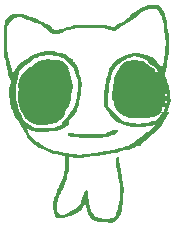
<source format=gbo>
G04 #@! TF.GenerationSoftware,KiCad,Pcbnew,7.0.10*
G04 #@! TF.CreationDate,2024-01-08T18:20:54+00:00*
G04 #@! TF.ProjectId,eobard-plate,656f6261-7264-42d7-906c-6174652e6b69,2.2*
G04 #@! TF.SameCoordinates,Original*
G04 #@! TF.FileFunction,Legend,Bot*
G04 #@! TF.FilePolarity,Positive*
%FSLAX46Y46*%
G04 Gerber Fmt 4.6, Leading zero omitted, Abs format (unit mm)*
G04 Created by KiCad (PCBNEW 7.0.10) date 2024-01-08 18:20:54*
%MOMM*%
%LPD*%
G01*
G04 APERTURE LIST*
G04 APERTURE END LIST*
G36*
X149793410Y-111746931D02*
G01*
X149890729Y-111800008D01*
X149886528Y-111890105D01*
X149785661Y-112000795D01*
X149592981Y-112115648D01*
X149481431Y-112166470D01*
X149316697Y-112235031D01*
X149219422Y-112266704D01*
X149197607Y-112271257D01*
X149099512Y-112321506D01*
X149084517Y-112330733D01*
X148971573Y-112355554D01*
X148800534Y-112365983D01*
X148749676Y-112367040D01*
X148578029Y-112383364D01*
X148472883Y-112412904D01*
X148448667Y-112421470D01*
X148315377Y-112437755D01*
X148103838Y-112445939D01*
X147847267Y-112444351D01*
X147731945Y-112441307D01*
X147379756Y-112431869D01*
X146993105Y-112421357D01*
X146636946Y-112411530D01*
X146435108Y-112403275D01*
X146178696Y-112384500D01*
X145985394Y-112360329D01*
X145886207Y-112333964D01*
X145834164Y-112305554D01*
X145708430Y-112261996D01*
X145683163Y-112257476D01*
X145586195Y-112201468D01*
X145594988Y-112086196D01*
X145616372Y-112056532D01*
X145733635Y-112005401D01*
X145901658Y-111989215D01*
X146070350Y-112009519D01*
X146189618Y-112067857D01*
X146196474Y-112072883D01*
X146303985Y-112099485D01*
X146508560Y-112120494D01*
X146786288Y-112135824D01*
X147113258Y-112145391D01*
X147465559Y-112149110D01*
X147819281Y-112146895D01*
X148150512Y-112138663D01*
X148435341Y-112124328D01*
X148649857Y-112103806D01*
X148770150Y-112077012D01*
X149050814Y-111949802D01*
X149295190Y-111845263D01*
X149470176Y-111780903D01*
X149598812Y-111748395D01*
X149704137Y-111739409D01*
X149793410Y-111746931D01*
G37*
G36*
X144347130Y-105803783D02*
G01*
X144822660Y-105862167D01*
X144859460Y-105869017D01*
X145109640Y-105931659D01*
X145294333Y-106021396D01*
X145466804Y-106163115D01*
X145544228Y-106241327D01*
X145656170Y-106395337D01*
X145672551Y-106516635D01*
X145667372Y-106590737D01*
X145695269Y-106773852D01*
X145756942Y-106978270D01*
X145837506Y-107147100D01*
X145849920Y-107173416D01*
X145887042Y-107307153D01*
X145920066Y-107491189D01*
X145929574Y-107551523D01*
X145975613Y-107757328D01*
X146028832Y-107911373D01*
X146067270Y-108036571D01*
X146025739Y-108173575D01*
X146017284Y-108189846D01*
X145977000Y-108328316D01*
X145938849Y-108543869D01*
X145910100Y-108797298D01*
X145903658Y-108868561D01*
X145875787Y-109096128D01*
X145844173Y-109262748D01*
X145814487Y-109336449D01*
X145788790Y-109365440D01*
X145760950Y-109475244D01*
X145742038Y-109558350D01*
X145676779Y-109725578D01*
X145581051Y-109925123D01*
X145500476Y-110085818D01*
X145409060Y-110285555D01*
X145355191Y-110425616D01*
X145345562Y-110453549D01*
X145262865Y-110603695D01*
X145142466Y-110757659D01*
X145017186Y-110877707D01*
X144919847Y-110926109D01*
X144865281Y-110949420D01*
X144779456Y-111043485D01*
X144765865Y-111062173D01*
X144625755Y-111148497D01*
X144372858Y-111202504D01*
X144246013Y-111221571D01*
X144059247Y-111262046D01*
X143946259Y-111303135D01*
X143928465Y-111311977D01*
X143796717Y-111340745D01*
X143599365Y-111357225D01*
X143374441Y-111361477D01*
X143159974Y-111353563D01*
X142993994Y-111333543D01*
X142914532Y-111301478D01*
X142874749Y-111267858D01*
X142755376Y-111238916D01*
X142742459Y-111238377D01*
X142591330Y-111192884D01*
X142399571Y-111092405D01*
X142206194Y-110962769D01*
X142050208Y-110829804D01*
X141970625Y-110719339D01*
X141908586Y-110583995D01*
X141805416Y-110425616D01*
X141662399Y-110199190D01*
X141549508Y-109921369D01*
X141506897Y-109670929D01*
X141490167Y-109540863D01*
X141444335Y-109455911D01*
X141425927Y-109426456D01*
X141400439Y-109295816D01*
X141386315Y-109098171D01*
X141383573Y-108870977D01*
X141392231Y-108651685D01*
X141412307Y-108477750D01*
X141443819Y-108386625D01*
X141472030Y-108310179D01*
X141433585Y-108133092D01*
X141397566Y-107984188D01*
X141414886Y-107822896D01*
X141446051Y-107746957D01*
X141478087Y-107641626D01*
X141491150Y-107582313D01*
X141555714Y-107399297D01*
X141638350Y-107234976D01*
X141667685Y-107185104D01*
X141733026Y-107047291D01*
X141791863Y-106967373D01*
X141921631Y-106840387D01*
X142089160Y-106696274D01*
X142262546Y-106561085D01*
X142409884Y-106460869D01*
X142499270Y-106421675D01*
X142521768Y-106418453D01*
X142570444Y-106359113D01*
X142575147Y-106337392D01*
X142645667Y-106296552D01*
X142669289Y-106291110D01*
X142777705Y-106225661D01*
X142913500Y-106109868D01*
X142923376Y-106100528D01*
X143162196Y-105952686D01*
X143494216Y-105851986D01*
X143896754Y-105801370D01*
X144347130Y-105803783D01*
G37*
G36*
X154166141Y-104438362D02*
G01*
X154163162Y-104768147D01*
X154154489Y-105078139D01*
X154140243Y-105342082D01*
X154120542Y-105533723D01*
X154095505Y-105626805D01*
X154089479Y-105636589D01*
X154056420Y-105751888D01*
X154024844Y-105948767D01*
X154000858Y-106190829D01*
X153997104Y-106239444D01*
X153971354Y-106475395D01*
X153939393Y-106658978D01*
X153907255Y-106753883D01*
X153838676Y-106874347D01*
X153810995Y-107103208D01*
X153848508Y-107203695D01*
X153895931Y-107330727D01*
X153902440Y-107340791D01*
X153984676Y-107507400D01*
X154018800Y-107652053D01*
X154031305Y-107737234D01*
X154080624Y-107808457D01*
X154110674Y-107841477D01*
X154159743Y-107978866D01*
X154206910Y-108195397D01*
X154249047Y-108462727D01*
X154283029Y-108752513D01*
X154305729Y-109036414D01*
X154311645Y-109214568D01*
X154314020Y-109286084D01*
X154304776Y-109473183D01*
X154274870Y-109569366D01*
X154248098Y-109603972D01*
X154206511Y-109734311D01*
X154186303Y-109822904D01*
X154179083Y-109854559D01*
X154112669Y-110010477D01*
X154075395Y-110082619D01*
X154028675Y-110189766D01*
X154041210Y-110231106D01*
X154113054Y-110237931D01*
X154177048Y-110253551D01*
X154201343Y-110322190D01*
X154128695Y-110406867D01*
X154087264Y-110448705D01*
X153995606Y-110581322D01*
X153894089Y-110760880D01*
X153831366Y-110882322D01*
X153689755Y-111149062D01*
X153579657Y-111337744D01*
X153484019Y-111473615D01*
X153385788Y-111581921D01*
X153267910Y-111687909D01*
X153231828Y-111718870D01*
X153051969Y-111878015D01*
X152831673Y-112078043D01*
X152610543Y-112283100D01*
X152536096Y-112351608D01*
X152328208Y-112530056D01*
X152143118Y-112672139D01*
X152013806Y-112751943D01*
X151884702Y-112836725D01*
X151829557Y-112974632D01*
X151829360Y-112988073D01*
X151793417Y-113088714D01*
X151672926Y-113115764D01*
X151640991Y-113117800D01*
X151469923Y-113160412D01*
X151282843Y-113240887D01*
X151232259Y-113266760D01*
X151063262Y-113337578D01*
X150942673Y-113366010D01*
X150886589Y-113373761D01*
X150797291Y-113428572D01*
X150774455Y-113446403D01*
X150653520Y-113478441D01*
X150474803Y-113491133D01*
X150409494Y-113493193D01*
X150193070Y-113523356D01*
X150024924Y-113578049D01*
X149948541Y-113613656D01*
X149738031Y-113684079D01*
X149451520Y-113749355D01*
X149076739Y-113811669D01*
X148601422Y-113873204D01*
X148013301Y-113936145D01*
X147811531Y-113958333D01*
X147551748Y-113993741D01*
X147353261Y-114029008D01*
X147247770Y-114059044D01*
X147212268Y-114071742D01*
X147062081Y-114095044D01*
X146843694Y-114109556D01*
X146589282Y-114115389D01*
X146331022Y-114112657D01*
X146101092Y-114101471D01*
X145931668Y-114081944D01*
X145854926Y-114054187D01*
X145818490Y-114006837D01*
X145776277Y-114006705D01*
X145747693Y-114101737D01*
X145730393Y-114301862D01*
X145722033Y-114617007D01*
X145717397Y-114790367D01*
X145701124Y-115040815D01*
X145676848Y-115228550D01*
X145647853Y-115322370D01*
X145619054Y-115379190D01*
X145573462Y-115539031D01*
X145537112Y-115744914D01*
X145515005Y-115878714D01*
X145464054Y-116079678D01*
X145407967Y-116210842D01*
X145357268Y-116305067D01*
X145323153Y-116436717D01*
X145319312Y-116465314D01*
X145266704Y-116599634D01*
X145172088Y-116761797D01*
X145133466Y-116822241D01*
X145068108Y-116953379D01*
X145060793Y-117024175D01*
X145070960Y-117041235D01*
X145039814Y-117107513D01*
X144959640Y-117187881D01*
X144842417Y-117410525D01*
X144757358Y-117720734D01*
X144711988Y-118095824D01*
X144701353Y-118301675D01*
X144701374Y-118483530D01*
X144724323Y-118605218D01*
X144778280Y-118703143D01*
X144871325Y-118813711D01*
X144900449Y-118845968D01*
X145016179Y-118956400D01*
X145104967Y-118986994D01*
X145207135Y-118954677D01*
X145260493Y-118930744D01*
X145440295Y-118857794D01*
X145646673Y-118780912D01*
X145741530Y-118744039D01*
X145912756Y-118660326D01*
X146014063Y-118586609D01*
X146063794Y-118539604D01*
X146162503Y-118496059D01*
X146180650Y-118492009D01*
X146281106Y-118425301D01*
X146415594Y-118302594D01*
X146551741Y-118157649D01*
X146657170Y-118024224D01*
X146699508Y-117936080D01*
X146703551Y-117910372D01*
X146747634Y-117786178D01*
X146824631Y-117620197D01*
X146851565Y-117564141D01*
X146922376Y-117377008D01*
X146951744Y-117231680D01*
X146991326Y-117062100D01*
X147090570Y-116924806D01*
X147217774Y-116869458D01*
X147256996Y-116881590D01*
X147297040Y-116950844D01*
X147324262Y-117101058D01*
X147344430Y-117354311D01*
X147390575Y-117861913D01*
X147476668Y-118316888D01*
X147607022Y-118670803D01*
X147789305Y-118934418D01*
X148031185Y-119118495D01*
X148340330Y-119233796D01*
X148724407Y-119291084D01*
X149049187Y-119296520D01*
X149361736Y-119245452D01*
X149573047Y-119132062D01*
X149678617Y-118957923D01*
X149724356Y-118814273D01*
X149805581Y-118625352D01*
X149806296Y-118623975D01*
X149865112Y-118445630D01*
X149889763Y-118242685D01*
X149890072Y-118221969D01*
X149911075Y-118058139D01*
X149954838Y-117955902D01*
X149977423Y-117885864D01*
X149997344Y-117715697D01*
X150011343Y-117475576D01*
X150019285Y-117193344D01*
X150021040Y-116896842D01*
X150016475Y-116613911D01*
X150005457Y-116372391D01*
X149987854Y-116200125D01*
X149963534Y-116124953D01*
X149950892Y-116106937D01*
X149917683Y-115988577D01*
X149884903Y-115789014D01*
X149858103Y-115539096D01*
X149848088Y-115429977D01*
X149819736Y-115198807D01*
X149789066Y-115031652D01*
X149761163Y-114958943D01*
X149730437Y-114917241D01*
X149690596Y-114775042D01*
X149667637Y-114580064D01*
X149665840Y-114377012D01*
X149689489Y-114210591D01*
X149749475Y-114081611D01*
X149863368Y-114022907D01*
X149892397Y-114024544D01*
X149950833Y-114057241D01*
X149978049Y-114154896D01*
X149985290Y-114347441D01*
X149988884Y-114468278D01*
X150006003Y-114633492D01*
X150032211Y-114717597D01*
X150045651Y-114743953D01*
X150068712Y-114870590D01*
X150077833Y-115053087D01*
X150080420Y-115138965D01*
X150102216Y-115308737D01*
X150138957Y-115404080D01*
X150151234Y-115425430D01*
X150184449Y-115552790D01*
X150216610Y-115759526D01*
X150242191Y-116013040D01*
X150251511Y-116121405D01*
X150278814Y-116352875D01*
X150309138Y-116520499D01*
X150337471Y-116593736D01*
X150346816Y-116601816D01*
X150381186Y-116702137D01*
X150388784Y-116855472D01*
X150370713Y-117003631D01*
X150328079Y-117088424D01*
X150315845Y-117106594D01*
X150290084Y-117225488D01*
X150272209Y-117425623D01*
X150265517Y-117676024D01*
X150264726Y-117783671D01*
X150256975Y-118017691D01*
X150242726Y-118188965D01*
X150224163Y-118266314D01*
X150192804Y-118338669D01*
X150168677Y-118480066D01*
X150161769Y-118548014D01*
X150089013Y-118882127D01*
X149964795Y-119168611D01*
X149804628Y-119369559D01*
X149767573Y-119400029D01*
X149643304Y-119491506D01*
X149570575Y-119528325D01*
X149557500Y-119529974D01*
X149474217Y-119579313D01*
X149457328Y-119587658D01*
X149338285Y-119603305D01*
X149138511Y-119607131D01*
X148890309Y-119598096D01*
X148670666Y-119584289D01*
X148366469Y-119561389D01*
X148153257Y-119537431D01*
X148009245Y-119508776D01*
X147912653Y-119471782D01*
X147841699Y-119422808D01*
X147759980Y-119362446D01*
X147621352Y-119289191D01*
X147537783Y-119229286D01*
X147453167Y-119098075D01*
X147400584Y-118991056D01*
X147328982Y-118905095D01*
X147324157Y-118901555D01*
X147280496Y-118807782D01*
X147262562Y-118652463D01*
X147262389Y-118636608D01*
X147242610Y-118485559D01*
X147200000Y-118402217D01*
X147160506Y-118343308D01*
X147137439Y-118210840D01*
X147121530Y-118109660D01*
X147061478Y-118063015D01*
X146978740Y-118115275D01*
X146896994Y-118261453D01*
X146797964Y-118437036D01*
X146610412Y-118633796D01*
X146364864Y-118811374D01*
X146079631Y-118964660D01*
X145773021Y-119088539D01*
X145463346Y-119177900D01*
X145168916Y-119227630D01*
X144908041Y-119232616D01*
X144699032Y-119187746D01*
X144560199Y-119087907D01*
X144509852Y-118927986D01*
X144501310Y-118866518D01*
X144447291Y-118777586D01*
X144434499Y-118757916D01*
X144409005Y-118636871D01*
X144391337Y-118434941D01*
X144384729Y-118182870D01*
X144384743Y-118163350D01*
X144391010Y-117876105D01*
X144413849Y-117670001D01*
X144460812Y-117503689D01*
X144539454Y-117335821D01*
X144588249Y-117237521D01*
X144679888Y-117015688D01*
X144734231Y-116831327D01*
X144738147Y-116811499D01*
X144780774Y-116663588D01*
X144826730Y-116585416D01*
X144826880Y-116585322D01*
X144878427Y-116515355D01*
X144962817Y-116363979D01*
X145061856Y-116163816D01*
X145115107Y-116040892D01*
X145261216Y-115566254D01*
X145353533Y-115019115D01*
X145385715Y-114433367D01*
X145385715Y-114001567D01*
X145182389Y-113958092D01*
X145176287Y-113956772D01*
X145017797Y-113912766D01*
X144916503Y-113867877D01*
X144865033Y-113846639D01*
X144713132Y-113812064D01*
X144511291Y-113782524D01*
X144424589Y-113769936D01*
X144175602Y-113703991D01*
X143989383Y-113611379D01*
X143980303Y-113604768D01*
X143817958Y-113510378D01*
X143675136Y-113461962D01*
X143495704Y-113418344D01*
X143193600Y-113266990D01*
X142845226Y-113008306D01*
X142679258Y-112876911D01*
X142535717Y-112778153D01*
X142454216Y-112740394D01*
X142425008Y-112733000D01*
X142382759Y-112656248D01*
X142351738Y-112572866D01*
X142257636Y-112458867D01*
X142175422Y-112363410D01*
X142132513Y-112260637D01*
X142093992Y-112118292D01*
X142002921Y-111956994D01*
X141897907Y-111845783D01*
X141866568Y-111818731D01*
X141819705Y-111712680D01*
X141805280Y-111656590D01*
X141725862Y-111551724D01*
X141677066Y-111495383D01*
X141632020Y-111365919D01*
X141598134Y-111276868D01*
X141498309Y-111125884D01*
X141355621Y-110952659D01*
X141222237Y-110796035D01*
X141130515Y-110669402D01*
X141105042Y-110605541D01*
X141106116Y-110603468D01*
X141094895Y-110520259D01*
X141037738Y-110385206D01*
X140972596Y-110229210D01*
X140944228Y-110097168D01*
X140935809Y-110039430D01*
X140889571Y-109987685D01*
X140888369Y-109987652D01*
X140835816Y-109926775D01*
X140784505Y-109766909D01*
X140737102Y-109533593D01*
X140696277Y-109252365D01*
X140678273Y-109079285D01*
X140957209Y-109079285D01*
X140964696Y-109153531D01*
X140983514Y-109163318D01*
X141006404Y-109111823D01*
X141001889Y-109078703D01*
X140964696Y-109070115D01*
X140957209Y-109079285D01*
X140678273Y-109079285D01*
X140664696Y-108948764D01*
X140645027Y-108648329D01*
X140644795Y-108635936D01*
X141227885Y-108635936D01*
X141232300Y-108940810D01*
X141241905Y-109111823D01*
X141247181Y-109205762D01*
X141272949Y-109402575D01*
X141310028Y-109503033D01*
X141310702Y-109503715D01*
X141360920Y-109614115D01*
X141381774Y-109777539D01*
X141381823Y-109785621D01*
X141400981Y-109935251D01*
X141444335Y-110018966D01*
X141474247Y-110050153D01*
X141508288Y-110163421D01*
X141544297Y-110282142D01*
X141632020Y-110425616D01*
X141718020Y-110564439D01*
X141755752Y-110684330D01*
X141762707Y-110709272D01*
X141837015Y-110821004D01*
X141975286Y-110979700D01*
X142155824Y-111159586D01*
X142165357Y-111168493D01*
X142376668Y-111356701D01*
X142538982Y-111473452D01*
X142686328Y-111538953D01*
X142852733Y-111573409D01*
X142917184Y-111580842D01*
X143149793Y-111596222D01*
X143437218Y-111604527D01*
X143743505Y-111605858D01*
X144032702Y-111600316D01*
X144268855Y-111588001D01*
X144416010Y-111569016D01*
X144493285Y-111544907D01*
X144603695Y-111490588D01*
X144615046Y-111483339D01*
X144731314Y-111440199D01*
X144900862Y-111400643D01*
X145042311Y-111366020D01*
X145118106Y-111304324D01*
X145135468Y-111188355D01*
X145159009Y-111064930D01*
X145275121Y-110956584D01*
X145376455Y-110887442D01*
X145486759Y-110748963D01*
X145503433Y-110718291D01*
X145608571Y-110565939D01*
X145744187Y-110404874D01*
X145810489Y-110329664D01*
X146033386Y-110007416D01*
X146204289Y-109651629D01*
X146297125Y-109313752D01*
X146312442Y-109221819D01*
X146352944Y-109049433D01*
X146393119Y-108950783D01*
X146419809Y-108878103D01*
X146417981Y-108736453D01*
X146414656Y-108629823D01*
X146456411Y-108508873D01*
X146479837Y-108454509D01*
X146498241Y-108282603D01*
X146488737Y-108035025D01*
X146472847Y-107847220D01*
X146457070Y-107645218D01*
X146448852Y-107519386D01*
X146438611Y-107446452D01*
X146392576Y-107331701D01*
X146346412Y-107229960D01*
X146305052Y-107072070D01*
X146253417Y-106905266D01*
X146124946Y-106639339D01*
X145950438Y-106356069D01*
X145754799Y-106094946D01*
X145562938Y-105895462D01*
X145461854Y-105817333D01*
X145262977Y-105697646D01*
X145093316Y-105633488D01*
X145077479Y-105630379D01*
X144929291Y-105587066D01*
X144849558Y-105538721D01*
X144846256Y-105534409D01*
X144756757Y-105498138D01*
X144603695Y-105483251D01*
X144586569Y-105483091D01*
X144438865Y-105467326D01*
X144361454Y-105433642D01*
X144361178Y-105433215D01*
X144285045Y-105407400D01*
X144133825Y-105396548D01*
X143955932Y-105399797D01*
X143799784Y-105416287D01*
X143713793Y-105445156D01*
X143703839Y-105451626D01*
X143600100Y-105474151D01*
X143435879Y-105483251D01*
X143389014Y-105484404D01*
X143251412Y-105504919D01*
X143196059Y-105542978D01*
X143194867Y-105549557D01*
X143126547Y-105600269D01*
X142985504Y-105642205D01*
X142864944Y-105685102D01*
X142665006Y-105800508D01*
X142459277Y-105957848D01*
X142295300Y-106094923D01*
X142160535Y-106195555D01*
X142088786Y-106233990D01*
X142075213Y-106236656D01*
X141982895Y-106297501D01*
X141852219Y-106417193D01*
X141709352Y-106567103D01*
X141580457Y-106718602D01*
X141491699Y-106843063D01*
X141469244Y-106911858D01*
X141479145Y-106937087D01*
X141445356Y-107015379D01*
X141442326Y-107017484D01*
X141399458Y-107107190D01*
X141381774Y-107259522D01*
X141381733Y-107268613D01*
X141368856Y-107420079D01*
X141339906Y-107506236D01*
X141306440Y-107581546D01*
X141273214Y-107763944D01*
X141248764Y-108019286D01*
X141233514Y-108319356D01*
X141227885Y-108635936D01*
X140644795Y-108635936D01*
X140639938Y-108376596D01*
X140652098Y-108159106D01*
X140684172Y-108021397D01*
X140773253Y-107782698D01*
X140788297Y-107582185D01*
X140718023Y-107456665D01*
X140693038Y-107433410D01*
X140622730Y-107279123D01*
X140582385Y-107009745D01*
X140565125Y-106845670D01*
X140535263Y-106670713D01*
X140504113Y-106578079D01*
X140484905Y-106538526D01*
X140445321Y-106395892D01*
X140410032Y-106202710D01*
X140391522Y-106096055D01*
X140344417Y-105913072D01*
X140294695Y-105802157D01*
X140271654Y-105727842D01*
X140250809Y-105534374D01*
X140236056Y-105223221D01*
X140227284Y-104791947D01*
X140224384Y-104238117D01*
X140224764Y-104075616D01*
X140443350Y-104075616D01*
X140443927Y-104234294D01*
X140450454Y-104595881D01*
X140463546Y-104877168D01*
X140482324Y-105063236D01*
X140505912Y-105139163D01*
X140525281Y-105165701D01*
X140556254Y-105290737D01*
X140568473Y-105473023D01*
X140571736Y-105556170D01*
X140603733Y-105756924D01*
X140658828Y-105897219D01*
X140690958Y-105957788D01*
X140749973Y-106136737D01*
X140792198Y-106350474D01*
X140811947Y-106472627D01*
X140851142Y-106631856D01*
X140889527Y-106708299D01*
X140926605Y-106773636D01*
X140947449Y-106910219D01*
X140950612Y-106967735D01*
X140968731Y-107000799D01*
X141012857Y-106940165D01*
X141094609Y-106775169D01*
X141152745Y-106658058D01*
X141237547Y-106507122D01*
X141294328Y-106431080D01*
X141339121Y-106385192D01*
X141417388Y-106269211D01*
X141438886Y-106240616D01*
X141554541Y-106134994D01*
X141732915Y-105998511D01*
X141941593Y-105854029D01*
X142148159Y-105724409D01*
X142320197Y-105632511D01*
X142342220Y-105621378D01*
X142468353Y-105543457D01*
X142624289Y-105434253D01*
X142647080Y-105418228D01*
X142869681Y-105308553D01*
X143110578Y-105247522D01*
X143186512Y-105237074D01*
X143342529Y-105201583D01*
X143420153Y-105162145D01*
X143430831Y-105153495D01*
X143536549Y-105129617D01*
X143722901Y-105114885D01*
X143955660Y-105109071D01*
X144200602Y-105111949D01*
X144423499Y-105123288D01*
X144590126Y-105142862D01*
X144666256Y-105170444D01*
X144734703Y-105212085D01*
X144873274Y-105233354D01*
X145028719Y-105243832D01*
X145396409Y-105353739D01*
X145724761Y-105576471D01*
X145816258Y-105656788D01*
X145945405Y-105756930D01*
X146019194Y-105796059D01*
X146044822Y-105807299D01*
X146073892Y-105891865D01*
X146084510Y-105940073D01*
X146167734Y-106023682D01*
X146211814Y-106047069D01*
X146261577Y-106114564D01*
X146286189Y-106192689D01*
X146352462Y-106349442D01*
X146445792Y-106549726D01*
X146532773Y-106749075D01*
X146588517Y-106918079D01*
X146597931Y-107013606D01*
X146590674Y-107052831D01*
X146632681Y-107138497D01*
X146673053Y-107192541D01*
X146699508Y-107322083D01*
X146707913Y-107416248D01*
X146740828Y-107505688D01*
X146767070Y-107588733D01*
X146780148Y-107769415D01*
X146779436Y-108014905D01*
X146767413Y-108282603D01*
X146766875Y-108294592D01*
X146744408Y-108577866D01*
X146713975Y-108834117D01*
X146677518Y-109032733D01*
X146636978Y-109143104D01*
X146618520Y-109182676D01*
X146580006Y-109325308D01*
X146545141Y-109518473D01*
X146526697Y-109626400D01*
X146482704Y-109803746D01*
X146438020Y-109906742D01*
X146413724Y-109947516D01*
X146411906Y-110040417D01*
X146415905Y-110086622D01*
X146354730Y-110175941D01*
X146304944Y-110227911D01*
X146261577Y-110321593D01*
X146228336Y-110401845D01*
X146136821Y-110517258D01*
X145909200Y-110773461D01*
X145752128Y-111013509D01*
X145698522Y-111201026D01*
X145679079Y-111310382D01*
X145623744Y-111364040D01*
X145606862Y-111366991D01*
X145502207Y-111425617D01*
X145369774Y-111535716D01*
X145296857Y-111594225D01*
X145092133Y-111710407D01*
X144865858Y-111795869D01*
X144729962Y-111823815D01*
X144485433Y-111855325D01*
X144186078Y-111881088D01*
X143857527Y-111900262D01*
X143525409Y-111912006D01*
X143215354Y-111915479D01*
X142952991Y-111909838D01*
X142763949Y-111894242D01*
X142673859Y-111867849D01*
X142609552Y-111829610D01*
X142468558Y-111801971D01*
X142373239Y-111784909D01*
X142230824Y-111703660D01*
X142177841Y-111653444D01*
X142139728Y-111636959D01*
X142154957Y-111707302D01*
X142222917Y-111877934D01*
X142255700Y-111940269D01*
X142366104Y-112097206D01*
X142519455Y-112283012D01*
X142691893Y-112472089D01*
X142859556Y-112638838D01*
X142998584Y-112757660D01*
X143085118Y-112802956D01*
X143111583Y-112810580D01*
X143220158Y-112877388D01*
X143362022Y-112990641D01*
X143423677Y-113041881D01*
X143565606Y-113139552D01*
X143662235Y-113178325D01*
X143697506Y-113182040D01*
X143769540Y-113225246D01*
X143777582Y-113239634D01*
X143888150Y-113330157D01*
X144079780Y-113419326D01*
X144315614Y-113492646D01*
X144558791Y-113535620D01*
X144711149Y-113555040D01*
X144890929Y-113591351D01*
X144991169Y-113629460D01*
X145001265Y-113635749D01*
X145116469Y-113672881D01*
X145312825Y-113713620D01*
X145554223Y-113750222D01*
X145900137Y-113791871D01*
X146267087Y-113829899D01*
X146553238Y-113852015D01*
X146744303Y-113857163D01*
X146825996Y-113844284D01*
X146830132Y-113841909D01*
X146920398Y-113822909D01*
X147106684Y-113796700D01*
X147364670Y-113766424D01*
X147670033Y-113735223D01*
X147725442Y-113729823D01*
X148024939Y-113696450D01*
X148273223Y-113661943D01*
X148445795Y-113630075D01*
X148518158Y-113604619D01*
X148529343Y-113596192D01*
X148636211Y-113566129D01*
X148826306Y-113536232D01*
X149067713Y-113511887D01*
X149145936Y-113505292D01*
X149373993Y-113478998D01*
X149540326Y-113449128D01*
X149613333Y-113420948D01*
X149643371Y-113400727D01*
X149770378Y-113361706D01*
X149955281Y-113328483D01*
X150066184Y-113310151D01*
X150209456Y-113271419D01*
X150265517Y-113232827D01*
X150290799Y-113200535D01*
X150394683Y-113178325D01*
X150529864Y-113155679D01*
X150736854Y-113085500D01*
X150956526Y-112987393D01*
X151144382Y-112881522D01*
X151255924Y-112788052D01*
X151261401Y-112780609D01*
X151376561Y-112646638D01*
X151515696Y-112511452D01*
X151643470Y-112406948D01*
X151724546Y-112365025D01*
X151767957Y-112346692D01*
X151887783Y-112267173D01*
X152044437Y-112146059D01*
X152155646Y-112060773D01*
X152305664Y-111964541D01*
X152401406Y-111927094D01*
X152484453Y-111885158D01*
X152619431Y-111778401D01*
X152776442Y-111635468D01*
X152925598Y-111484999D01*
X153037009Y-111355639D01*
X153080788Y-111276028D01*
X153068091Y-111258416D01*
X153000123Y-111290542D01*
X152891465Y-111347873D01*
X152668367Y-111413362D01*
X152376805Y-111469587D01*
X152048123Y-111513307D01*
X151713665Y-111541284D01*
X151404778Y-111550278D01*
X151152804Y-111537051D01*
X150989089Y-111498363D01*
X150960569Y-111486330D01*
X150795046Y-111439983D01*
X150595029Y-111406213D01*
X150589703Y-111405600D01*
X150185558Y-111298321D01*
X149797617Y-111071463D01*
X149421290Y-110722353D01*
X149371899Y-110667106D01*
X149221047Y-110488997D01*
X149115035Y-110349224D01*
X149074305Y-110274191D01*
X149066165Y-110246594D01*
X148998986Y-110134708D01*
X148886620Y-109990048D01*
X148701478Y-109773446D01*
X148701478Y-109722246D01*
X149045567Y-109722246D01*
X149552066Y-110277256D01*
X149624537Y-110356379D01*
X149887374Y-110634122D01*
X150100000Y-110834352D01*
X150286114Y-110972480D01*
X150469414Y-111063918D01*
X150673596Y-111124075D01*
X150922360Y-111168362D01*
X151258113Y-111206299D01*
X151647794Y-111223783D01*
X152015606Y-111214743D01*
X152336124Y-111180902D01*
X152583921Y-111123982D01*
X152733572Y-111045704D01*
X152783979Y-111015462D01*
X152916340Y-110988670D01*
X152970418Y-110973491D01*
X153106271Y-110885482D01*
X153266806Y-110746003D01*
X153420500Y-110586248D01*
X153535832Y-110437408D01*
X153581281Y-110330675D01*
X153587324Y-110288635D01*
X153636546Y-110237931D01*
X153670757Y-110221081D01*
X153723290Y-110128448D01*
X153742410Y-110067086D01*
X153799842Y-109909483D01*
X153800612Y-109907600D01*
X153806992Y-109822904D01*
X153713098Y-109800000D01*
X153659280Y-109805075D01*
X153596972Y-109860003D01*
X153580970Y-110003325D01*
X153570057Y-110119926D01*
X153466780Y-110353907D01*
X153265998Y-110524746D01*
X152981842Y-110617949D01*
X152903047Y-110630874D01*
X152647028Y-110680057D01*
X152423892Y-110731715D01*
X152305861Y-110755695D01*
X152050309Y-110783600D01*
X151748517Y-110797306D01*
X151434628Y-110797126D01*
X151142790Y-110783376D01*
X150907145Y-110756369D01*
X150761840Y-110716419D01*
X150623097Y-110654219D01*
X150433392Y-110590489D01*
X150318854Y-110545138D01*
X150265517Y-110486986D01*
X150258442Y-110462320D01*
X150182102Y-110425616D01*
X150178616Y-110425503D01*
X150073784Y-110375458D01*
X149934082Y-110258354D01*
X149792925Y-110109304D01*
X149683727Y-109963423D01*
X149639902Y-109855827D01*
X149631473Y-109795142D01*
X149577340Y-109706158D01*
X149540296Y-109656638D01*
X149514393Y-109530421D01*
X149488051Y-109385680D01*
X149420551Y-109214154D01*
X149394261Y-109153914D01*
X149347887Y-108972352D01*
X149328415Y-108776896D01*
X149338434Y-108612252D01*
X149380532Y-108523126D01*
X149381399Y-108521723D01*
X153834755Y-108521723D01*
X153835589Y-108676155D01*
X153855769Y-108816063D01*
X153894587Y-108893165D01*
X153927142Y-108944953D01*
X153930149Y-109068902D01*
X153898894Y-109220854D01*
X153859269Y-109408990D01*
X153858553Y-109412372D01*
X153844919Y-109558190D01*
X153879306Y-109612315D01*
X153889933Y-109609436D01*
X153942179Y-109533315D01*
X153985169Y-109386072D01*
X153985281Y-109385473D01*
X154001080Y-109214568D01*
X153999630Y-108998260D01*
X153984204Y-108770653D01*
X153958075Y-108565851D01*
X153924516Y-108417960D01*
X153886801Y-108361084D01*
X153853972Y-108401050D01*
X153834755Y-108521723D01*
X149381399Y-108521723D01*
X149392936Y-108503064D01*
X149422579Y-108382392D01*
X149452009Y-108180797D01*
X149476373Y-107928398D01*
X149485085Y-107828614D01*
X149519731Y-107559183D01*
X149563918Y-107333162D01*
X149606203Y-107203695D01*
X153331035Y-107203695D01*
X153362315Y-107234976D01*
X153393596Y-107203695D01*
X153362315Y-107172414D01*
X153331035Y-107203695D01*
X149606203Y-107203695D01*
X149610234Y-107191353D01*
X149674546Y-107045630D01*
X149702078Y-106937808D01*
X149705599Y-106909294D01*
X149751309Y-106859606D01*
X149807569Y-106809500D01*
X149875302Y-106687562D01*
X149909461Y-106612670D01*
X150121215Y-106269649D01*
X150383744Y-106035954D01*
X150711018Y-105902266D01*
X151117007Y-105859267D01*
X151436470Y-105864499D01*
X151743633Y-105891332D01*
X151979744Y-105947802D01*
X152174176Y-106041514D01*
X152356300Y-106180071D01*
X152479329Y-106284023D01*
X152611516Y-106384209D01*
X152683738Y-106423756D01*
X152750377Y-106448942D01*
X152867716Y-106536001D01*
X152972732Y-106644409D01*
X153018227Y-106730834D01*
X153029104Y-106767685D01*
X153112069Y-106836982D01*
X153155382Y-106863924D01*
X153205912Y-106963834D01*
X153213001Y-107003261D01*
X153262727Y-107019561D01*
X153277571Y-106973152D01*
X153246429Y-106848958D01*
X153172734Y-106687692D01*
X153074094Y-106526283D01*
X152968117Y-106401663D01*
X152844480Y-106317295D01*
X152665220Y-106241806D01*
X152544816Y-106186242D01*
X152466944Y-106061412D01*
X152428420Y-105976264D01*
X152292471Y-105845936D01*
X152094622Y-105727568D01*
X151871289Y-105641575D01*
X151658885Y-105608375D01*
X151620474Y-105607500D01*
X151450480Y-105583195D01*
X151344228Y-105535952D01*
X151292190Y-105500508D01*
X151190952Y-105528879D01*
X151167884Y-105543693D01*
X151031568Y-105595435D01*
X150847814Y-105637472D01*
X150789860Y-105648816D01*
X150617185Y-105703909D01*
X150511705Y-105769669D01*
X150463621Y-105815080D01*
X150364188Y-105858621D01*
X150357617Y-105859060D01*
X150251201Y-105911524D01*
X150094092Y-106034005D01*
X149911879Y-106201642D01*
X149730152Y-106389573D01*
X149574502Y-106572935D01*
X149470518Y-106726866D01*
X149440962Y-106785815D01*
X149348307Y-107013455D01*
X149290317Y-107220262D01*
X149284441Y-107250726D01*
X149238101Y-107421124D01*
X149186814Y-107531346D01*
X149163474Y-107573671D01*
X149158802Y-107695767D01*
X149166537Y-107739909D01*
X149124448Y-107850527D01*
X149096279Y-107938930D01*
X149073622Y-108139547D01*
X149058226Y-108437919D01*
X149051135Y-108820259D01*
X149045567Y-109722246D01*
X148701478Y-109722246D01*
X148701478Y-108914553D01*
X148701758Y-108829809D01*
X148707883Y-108520645D01*
X148720854Y-108266944D01*
X148739124Y-108091918D01*
X148761149Y-108018782D01*
X148792151Y-107962989D01*
X148831443Y-107812244D01*
X148863230Y-107607040D01*
X148887883Y-107436311D01*
X148924545Y-107274221D01*
X148959964Y-107198603D01*
X148992721Y-107151800D01*
X149017032Y-107027958D01*
X149023864Y-106955735D01*
X149065002Y-106777750D01*
X149129256Y-106591872D01*
X149200417Y-106441565D01*
X149262279Y-106370292D01*
X149283016Y-106359347D01*
X149327094Y-106272330D01*
X149339644Y-106226551D01*
X149438677Y-106096064D01*
X149620946Y-105930533D01*
X149867995Y-105745772D01*
X150161366Y-105557592D01*
X150325915Y-105466346D01*
X150759576Y-105297544D01*
X151198139Y-105240200D01*
X151673153Y-105288701D01*
X151845254Y-105322194D01*
X152045948Y-105359896D01*
X152173646Y-105382213D01*
X152321485Y-105424339D01*
X152528232Y-105513126D01*
X152750458Y-105628614D01*
X152955333Y-105752301D01*
X153110028Y-105865689D01*
X153181714Y-105950277D01*
X153195488Y-105985544D01*
X153277243Y-106118568D01*
X153393150Y-106261280D01*
X153509601Y-106375156D01*
X153592986Y-106421675D01*
X153620394Y-106403802D01*
X153643843Y-106309064D01*
X153651354Y-106246789D01*
X153703038Y-106137020D01*
X153728522Y-106060357D01*
X153757106Y-105883499D01*
X153784161Y-105634504D01*
X153806184Y-105340430D01*
X153826920Y-105057638D01*
X153852476Y-104813270D01*
X153879054Y-104642232D01*
X153903393Y-104570358D01*
X153935698Y-104520748D01*
X153955010Y-104387810D01*
X153941832Y-104238569D01*
X153897065Y-104134897D01*
X153874537Y-104074619D01*
X153845115Y-103909820D01*
X153817259Y-103671304D01*
X153794826Y-103387286D01*
X153777848Y-103152625D01*
X153753633Y-102902940D01*
X153728784Y-102721511D01*
X153706634Y-102636700D01*
X153662808Y-102540558D01*
X153617518Y-102386453D01*
X153566545Y-102216218D01*
X153457549Y-101958954D01*
X153327765Y-101727277D01*
X153201700Y-101569341D01*
X153193261Y-101561802D01*
X153114320Y-101507203D01*
X153016332Y-101484140D01*
X152864640Y-101489712D01*
X152624584Y-101521017D01*
X152489049Y-101543556D01*
X152197660Y-101620104D01*
X151933705Y-101741913D01*
X151662835Y-101927126D01*
X151350702Y-102193887D01*
X151281430Y-102256411D01*
X151035481Y-102464009D01*
X150832485Y-102605282D01*
X150640887Y-102702854D01*
X150344361Y-102841650D01*
X150082397Y-103005129D01*
X149844767Y-103208848D01*
X149719064Y-103321380D01*
X149602209Y-103404761D01*
X149544988Y-103416986D01*
X149542992Y-103414167D01*
X149458904Y-103366415D01*
X149310736Y-103322466D01*
X149141919Y-103271063D01*
X149020211Y-103208170D01*
X149006666Y-103201094D01*
X148884731Y-103178158D01*
X148666089Y-103159993D01*
X148372915Y-103146589D01*
X148027382Y-103137935D01*
X147651665Y-103134023D01*
X147267938Y-103134841D01*
X146898375Y-103140380D01*
X146565152Y-103150629D01*
X146290441Y-103165579D01*
X146096418Y-103185219D01*
X146005256Y-103209539D01*
X145966483Y-103232669D01*
X145815879Y-103285128D01*
X145620320Y-103326126D01*
X145521127Y-103343925D01*
X145378995Y-103384060D01*
X145323153Y-103422988D01*
X145321035Y-103430679D01*
X145248097Y-103476598D01*
X145103496Y-103516819D01*
X145078507Y-103521819D01*
X144928913Y-103565871D01*
X144849558Y-103613496D01*
X144834091Y-103626503D01*
X144723590Y-103656086D01*
X144553081Y-103666918D01*
X144459828Y-103662969D01*
X144318096Y-103629984D01*
X144182500Y-103544865D01*
X144010194Y-103385391D01*
X143871035Y-103254669D01*
X143738717Y-103147176D01*
X143662170Y-103105911D01*
X143642732Y-103101221D01*
X143542758Y-103035916D01*
X143415025Y-102918227D01*
X143250860Y-102786095D01*
X143043591Y-102730130D01*
X143038849Y-102730083D01*
X142850062Y-102692312D01*
X142664286Y-102605419D01*
X142652107Y-102597532D01*
X142485080Y-102514924D01*
X142340908Y-102480708D01*
X142328477Y-102480287D01*
X142173973Y-102446683D01*
X141996819Y-102375868D01*
X141978664Y-102366779D01*
X141808792Y-102282441D01*
X141679790Y-102219464D01*
X141594437Y-102184990D01*
X141359155Y-102162068D01*
X141120265Y-102251849D01*
X140863619Y-102458474D01*
X140721422Y-102612611D01*
X140610824Y-102762065D01*
X140568473Y-102861432D01*
X140559894Y-102923155D01*
X140505912Y-103012069D01*
X140496247Y-103027494D01*
X140474421Y-103147916D01*
X140457745Y-103372690D01*
X140447095Y-103686897D01*
X140443350Y-104075616D01*
X140224764Y-104075616D01*
X140225232Y-103875226D01*
X140231544Y-103408269D01*
X140247189Y-103040861D01*
X140275862Y-102757504D01*
X140321258Y-102542703D01*
X140387073Y-102380963D01*
X140477001Y-102256786D01*
X140594738Y-102154679D01*
X140743978Y-102059144D01*
X140822471Y-102014598D01*
X140955265Y-101954508D01*
X141093671Y-101925070D01*
X141277334Y-101920063D01*
X141545901Y-101933263D01*
X141810864Y-101956723D01*
X142053758Y-102002456D01*
X142187651Y-102066928D01*
X142279117Y-102126525D01*
X142429536Y-102167488D01*
X142568221Y-102192322D01*
X142737418Y-102257644D01*
X142793670Y-102285783D01*
X142986752Y-102379068D01*
X143196059Y-102476970D01*
X143285223Y-102518429D01*
X143465862Y-102605590D01*
X143587069Y-102668340D01*
X143652524Y-102705590D01*
X143806035Y-102793253D01*
X143888575Y-102837494D01*
X144048065Y-102913704D01*
X144175722Y-102999131D01*
X144307315Y-103132520D01*
X144363524Y-103195471D01*
X144496404Y-103272940D01*
X144694007Y-103293596D01*
X144731523Y-103292719D01*
X144950012Y-103262170D01*
X145132008Y-103201543D01*
X145167799Y-103184602D01*
X145364836Y-103116469D01*
X145582472Y-103067879D01*
X145648594Y-103056219D01*
X145828456Y-103009074D01*
X145942711Y-102956607D01*
X145990576Y-102940799D01*
X146152608Y-102920727D01*
X146403881Y-102905007D01*
X146722967Y-102893630D01*
X147088435Y-102886588D01*
X147478858Y-102883872D01*
X147872805Y-102885472D01*
X148248848Y-102891382D01*
X148585557Y-102901590D01*
X148861503Y-102916089D01*
X149055257Y-102934870D01*
X149145389Y-102957924D01*
X149176151Y-102979889D01*
X149314549Y-103042981D01*
X149466637Y-103078250D01*
X149589420Y-103078768D01*
X149639902Y-103037607D01*
X149640856Y-103021452D01*
X149705827Y-102888405D01*
X149838198Y-102777150D01*
X149989218Y-102730542D01*
X150086914Y-102715844D01*
X150214128Y-102651440D01*
X150254126Y-102615459D01*
X150384371Y-102506246D01*
X150547045Y-102375727D01*
X150668815Y-102275884D01*
X150883482Y-102088503D01*
X151087262Y-101899722D01*
X151262406Y-101751226D01*
X151514187Y-101578889D01*
X151777256Y-101432071D01*
X152016638Y-101329930D01*
X152197360Y-101291626D01*
X152273357Y-101281061D01*
X152361330Y-101229064D01*
X152363593Y-101226177D01*
X152450182Y-101196318D01*
X152623902Y-101175681D01*
X152849875Y-101168584D01*
X153122497Y-101179646D01*
X153307415Y-101214341D01*
X153424903Y-101278067D01*
X153496627Y-101347606D01*
X153628075Y-101511483D01*
X153728871Y-101679277D01*
X153769351Y-101805558D01*
X153769489Y-101809714D01*
X153800586Y-101921840D01*
X153869549Y-102073645D01*
X153874046Y-102082507D01*
X153928021Y-102251693D01*
X153973311Y-102502101D01*
X154002413Y-102793104D01*
X154008530Y-102878412D01*
X154035320Y-103122635D01*
X154069620Y-103312581D01*
X154105540Y-103412864D01*
X154118750Y-103446381D01*
X154139732Y-103592793D01*
X154154545Y-103824430D01*
X154163309Y-104115038D01*
X154165698Y-104387810D01*
X154166141Y-104438362D01*
G37*
%LPC*%
%LPD*%
M02*

</source>
